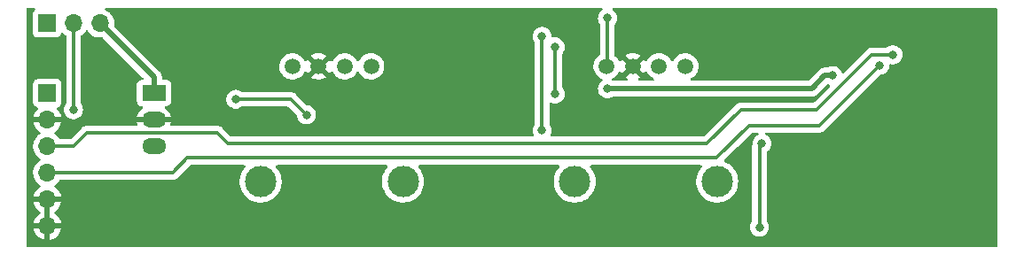
<source format=gbr>
%TF.GenerationSoftware,KiCad,Pcbnew,(5.99.0-3972-g658234715)*%
%TF.CreationDate,2020-10-12T18:33:04-04:00*%
%TF.ProjectId,lamp_refurb,6c616d70-5f72-4656-9675-72622e6b6963,1.0*%
%TF.SameCoordinates,Original*%
%TF.FileFunction,Copper,L2,Bot*%
%TF.FilePolarity,Positive*%
%FSLAX46Y46*%
G04 Gerber Fmt 4.6, Leading zero omitted, Abs format (unit mm)*
G04 Created by KiCad (PCBNEW (5.99.0-3972-g658234715)) date 2020-10-12 18:33:04*
%MOMM*%
%LPD*%
G01*
G04 APERTURE LIST*
%TA.AperFunction,ComponentPad*%
%ADD10R,2.300000X1.500000*%
%TD*%
%TA.AperFunction,ComponentPad*%
%ADD11O,2.300000X1.500000*%
%TD*%
%TA.AperFunction,ComponentPad*%
%ADD12R,1.700000X1.700000*%
%TD*%
%TA.AperFunction,ComponentPad*%
%ADD13O,1.700000X1.700000*%
%TD*%
%TA.AperFunction,ComponentPad*%
%ADD14C,1.500000*%
%TD*%
%TA.AperFunction,ComponentPad*%
%ADD15C,3.000000*%
%TD*%
%TA.AperFunction,ViaPad*%
%ADD16C,0.800000*%
%TD*%
%TA.AperFunction,ViaPad*%
%ADD17C,1.524000*%
%TD*%
%TA.AperFunction,Conductor*%
%ADD18C,0.355600*%
%TD*%
%TA.AperFunction,Conductor*%
%ADD19C,0.508000*%
%TD*%
G04 APERTURE END LIST*
D10*
%TO.P,U3,1,IN*%
%TO.N,/12V*%
X74930000Y-105410000D03*
D11*
%TO.P,U3,2,GND*%
%TO.N,GND*%
X74930000Y-107950000D03*
%TO.P,U3,3,OUT*%
%TO.N,/3.3V*%
X74930000Y-110490000D03*
%TD*%
D12*
%TO.P,J2,1,Pin_1*%
%TO.N,/warm*%
X64710000Y-98750000D03*
D13*
%TO.P,J2,2,Pin_2*%
%TO.N,/cold*%
X67250000Y-98750000D03*
%TO.P,J2,3,Pin_3*%
%TO.N,/12V*%
X69790000Y-98750000D03*
%TD*%
D12*
%TO.P,J3,1,Pin_1*%
%TO.N,/12V*%
X64750000Y-105420000D03*
D13*
%TO.P,J3,2,Pin_2*%
%TO.N,GND*%
X64750000Y-107960000D03*
%TO.P,J3,3,Pin_3*%
%TO.N,/BTN_1*%
X64750000Y-110500000D03*
%TO.P,J3,4,Pin_4*%
%TO.N,/BTN_2*%
X64750000Y-113040000D03*
%TO.P,J3,5,Pin_5*%
%TO.N,GND*%
X64750000Y-115580000D03*
%TO.P,J3,6,Pin_6*%
X64750000Y-118120000D03*
%TD*%
D14*
%TO.P,RV2,1,1*%
%TO.N,/level2*%
X118170000Y-102870000D03*
%TO.P,RV2,2,2*%
%TO.N,GND*%
X120670000Y-102870000D03*
%TO.P,RV2,3,3*%
%TO.N,N/C*%
X123170000Y-102870000D03*
%TO.P,RV2,4*%
X125670000Y-102870000D03*
D15*
%TO.P,RV2,5*%
X115120000Y-113870000D03*
%TO.P,RV2,6*%
X128720000Y-113870000D03*
%TD*%
D14*
%TO.P,RV1,1,1*%
%TO.N,/level1*%
X88170000Y-102870000D03*
%TO.P,RV1,2,2*%
%TO.N,GND*%
X90670000Y-102870000D03*
%TO.P,RV1,3,3*%
%TO.N,N/C*%
X93170000Y-102870000D03*
%TO.P,RV1,4*%
X95670000Y-102870000D03*
D15*
%TO.P,RV1,5*%
X85120000Y-113870000D03*
%TO.P,RV1,6*%
X98720000Y-113870000D03*
%TD*%
D16*
%TO.N,/warm*%
X89500000Y-107500000D03*
%TO.N,/3.3V*%
X118250000Y-105000000D03*
%TO.N,/warm*%
X82750000Y-106000000D03*
%TO.N,/cold*%
X67250000Y-107000000D03*
%TO.N,/BTN_2*%
X144250000Y-102750000D03*
%TO.N,/3.3V*%
X139750000Y-103750000D03*
%TO.N,/BTN_1*%
X145500000Y-101750000D03*
%TO.N,GND*%
X128250000Y-107750000D03*
D17*
X146750000Y-107250000D03*
D16*
%TO.N,/TDI*%
X112000000Y-100000000D03*
X112000000Y-109000000D03*
%TO.N,/TMS*%
X113250000Y-105500000D03*
X113250000Y-101000000D03*
%TO.N,/level2*%
X118250000Y-98250000D03*
%TO.N,/LED*%
X132750000Y-118250000D03*
X133000000Y-110250000D03*
%TD*%
D18*
%TO.N,/warm*%
X88000000Y-106000000D02*
X89500000Y-107500000D01*
X86750000Y-106000000D02*
X88000000Y-106000000D01*
X86750000Y-106000000D02*
X82750000Y-106000000D01*
%TO.N,/BTN_1*%
X64750000Y-110500000D02*
X67250000Y-110500000D01*
X67250000Y-110500000D02*
X68500000Y-109250000D01*
X127750000Y-110250000D02*
X131000000Y-107000000D01*
X131000000Y-107000000D02*
X138250000Y-107000000D01*
X68500000Y-109250000D02*
X81000000Y-109250000D01*
X81000000Y-109250000D02*
X82000000Y-110250000D01*
X82000000Y-110250000D02*
X127750000Y-110250000D01*
X138250000Y-107000000D02*
X143500000Y-101750000D01*
X143500000Y-101750000D02*
X145500000Y-101750000D01*
D19*
%TO.N,/3.3V*%
X137750000Y-105000000D02*
X139000000Y-103750000D01*
X118250000Y-105000000D02*
X137750000Y-105000000D01*
X139000000Y-103750000D02*
X139750000Y-103750000D01*
D18*
%TO.N,/cold*%
X67250000Y-107000000D02*
X67250000Y-98750000D01*
%TO.N,/BTN_2*%
X128632190Y-111617810D02*
X78132190Y-111617810D01*
X138500000Y-108500000D02*
X131750000Y-108500000D01*
X131750000Y-108500000D02*
X128750000Y-111500000D01*
X144250000Y-102750000D02*
X138500000Y-108500000D01*
X128750000Y-111500000D02*
X128632190Y-111617810D01*
X78132190Y-111617810D02*
X76710000Y-113040000D01*
X76710000Y-113040000D02*
X64750000Y-113040000D01*
D19*
%TO.N,/12V*%
X69790000Y-98750000D02*
X74930000Y-103890000D01*
X74930000Y-103890000D02*
X74930000Y-105410000D01*
D18*
%TO.N,/TDI*%
X112000000Y-100000000D02*
X112000000Y-109000000D01*
%TO.N,/TMS*%
X113250000Y-101000000D02*
X113250000Y-105500000D01*
%TO.N,/level2*%
X118250000Y-102790000D02*
X118170000Y-102870000D01*
X118250000Y-98250000D02*
X118250000Y-102790000D01*
%TO.N,/LED*%
X132750000Y-118250000D02*
X132750000Y-110500000D01*
X132750000Y-110500000D02*
X133000000Y-110250000D01*
%TD*%
%TA.AperFunction,Conductor*%
%TO.N,GND*%
G36*
X63557982Y-97278502D02*
G01*
X63604475Y-97332158D01*
X63614579Y-97402432D01*
X63585085Y-97467012D01*
X63557981Y-97490498D01*
X63540563Y-97501692D01*
X63524056Y-97512300D01*
X63518155Y-97519111D01*
X63518153Y-97519112D01*
X63434338Y-97615840D01*
X63434336Y-97615843D01*
X63428437Y-97622651D01*
X63424695Y-97630845D01*
X63424693Y-97630848D01*
X63379790Y-97729173D01*
X63367780Y-97755471D01*
X63366498Y-97764388D01*
X63348139Y-97892080D01*
X63347000Y-97900000D01*
X63347000Y-99600000D01*
X63393359Y-99813108D01*
X63399455Y-99822593D01*
X63399455Y-99822594D01*
X63409695Y-99838528D01*
X63472300Y-99935944D01*
X63479111Y-99941845D01*
X63479112Y-99941847D01*
X63575840Y-100025662D01*
X63575843Y-100025664D01*
X63582651Y-100031563D01*
X63590845Y-100035305D01*
X63590848Y-100035307D01*
X63705081Y-100087475D01*
X63715471Y-100092220D01*
X63724388Y-100093502D01*
X63855554Y-100112361D01*
X63855557Y-100112361D01*
X63860000Y-100113000D01*
X65560000Y-100113000D01*
X65773108Y-100066641D01*
X65836874Y-100025662D01*
X65888360Y-99992574D01*
X65888361Y-99992574D01*
X65895944Y-99987700D01*
X65920816Y-99958996D01*
X65985662Y-99884160D01*
X65985664Y-99884157D01*
X65991563Y-99877349D01*
X65995305Y-99869155D01*
X65995307Y-99869152D01*
X66048479Y-99752720D01*
X66052220Y-99744529D01*
X66052916Y-99739686D01*
X66090178Y-99681706D01*
X66154760Y-99652214D01*
X66225033Y-99662319D01*
X66257081Y-99683370D01*
X66421960Y-99832089D01*
X66421966Y-99832093D01*
X66425931Y-99835670D01*
X66502487Y-99884160D01*
X66505122Y-99885829D01*
X66551967Y-99939177D01*
X66563701Y-99992273D01*
X66563700Y-103176578D01*
X66563700Y-106356120D01*
X66531337Y-106440430D01*
X66510963Y-106463058D01*
X66507661Y-106468777D01*
X66507659Y-106468780D01*
X66418780Y-106622723D01*
X66415476Y-106628446D01*
X66413434Y-106634731D01*
X66365259Y-106783000D01*
X66356462Y-106810073D01*
X66355772Y-106816636D01*
X66355772Y-106816637D01*
X66340383Y-106963058D01*
X66336500Y-107000000D01*
X66356462Y-107189927D01*
X66415476Y-107371554D01*
X66510963Y-107536942D01*
X66638749Y-107678863D01*
X66644091Y-107682744D01*
X66644093Y-107682746D01*
X66671610Y-107702738D01*
X66793250Y-107791114D01*
X66799278Y-107793798D01*
X66799280Y-107793799D01*
X66961682Y-107866105D01*
X66967713Y-107868790D01*
X67055110Y-107887367D01*
X67148056Y-107907124D01*
X67148061Y-107907124D01*
X67154513Y-107908496D01*
X67345487Y-107908496D01*
X67351939Y-107907124D01*
X67351944Y-107907124D01*
X67444890Y-107887367D01*
X67532287Y-107868790D01*
X67538318Y-107866105D01*
X67700720Y-107793799D01*
X67700722Y-107793798D01*
X67706750Y-107791114D01*
X67828390Y-107702738D01*
X67855907Y-107682746D01*
X67855909Y-107682744D01*
X67861251Y-107678863D01*
X67989037Y-107536942D01*
X68084524Y-107371554D01*
X68143538Y-107189927D01*
X68163500Y-107000000D01*
X68159617Y-106963058D01*
X68144228Y-106816637D01*
X68144228Y-106816636D01*
X68143538Y-106810073D01*
X68134742Y-106783000D01*
X68086566Y-106634731D01*
X68084524Y-106628446D01*
X68079963Y-106620545D01*
X67992340Y-106468779D01*
X67989037Y-106463058D01*
X67968665Y-106440433D01*
X67936300Y-106356121D01*
X67936300Y-99993643D01*
X67956302Y-99925522D01*
X67989042Y-99891129D01*
X68129034Y-99791089D01*
X68129043Y-99791081D01*
X68133387Y-99787977D01*
X68295646Y-99624296D01*
X68417687Y-99450327D01*
X68473183Y-99406047D01*
X68543809Y-99398800D01*
X68607141Y-99430886D01*
X68631516Y-99462469D01*
X68652102Y-99500305D01*
X68655402Y-99504491D01*
X68791486Y-99677113D01*
X68791490Y-99677117D01*
X68794789Y-99681302D01*
X68965931Y-99835670D01*
X69160637Y-99958996D01*
X69373337Y-100047752D01*
X69378540Y-100048949D01*
X69378545Y-100048950D01*
X69455481Y-100066641D01*
X69597952Y-100099402D01*
X69603282Y-100099705D01*
X69603284Y-100099705D01*
X69753385Y-100108229D01*
X69828057Y-100112469D01*
X69833363Y-100111869D01*
X69833367Y-100111869D01*
X69988816Y-100094295D01*
X70058752Y-100106518D01*
X70092065Y-100130402D01*
X73893567Y-103931905D01*
X73927593Y-103994217D01*
X73922528Y-104065033D01*
X73879981Y-104121868D01*
X73804472Y-104147000D01*
X73780000Y-104147000D01*
X73566892Y-104193359D01*
X73557407Y-104199455D01*
X73557406Y-104199455D01*
X73451640Y-104267426D01*
X73444056Y-104272300D01*
X73438155Y-104279111D01*
X73438153Y-104279112D01*
X73354338Y-104375840D01*
X73354336Y-104375843D01*
X73348437Y-104382651D01*
X73344695Y-104390845D01*
X73344693Y-104390848D01*
X73311716Y-104463058D01*
X73287780Y-104515471D01*
X73286498Y-104524388D01*
X73267950Y-104653395D01*
X73267000Y-104660000D01*
X73267000Y-106160000D01*
X73313359Y-106373108D01*
X73319455Y-106382593D01*
X73319455Y-106382594D01*
X73371166Y-106463058D01*
X73392300Y-106495944D01*
X73399111Y-106501845D01*
X73399112Y-106501847D01*
X73495840Y-106585662D01*
X73495843Y-106585664D01*
X73502651Y-106591563D01*
X73510845Y-106595305D01*
X73510848Y-106595307D01*
X73626498Y-106648122D01*
X73635471Y-106652220D01*
X73762569Y-106670494D01*
X73779812Y-106672973D01*
X73844393Y-106702466D01*
X73882777Y-106762192D01*
X73882777Y-106833189D01*
X73835407Y-106900014D01*
X73709289Y-106990639D01*
X73700823Y-106997947D01*
X73552368Y-107151140D01*
X73545338Y-107159822D01*
X73426351Y-107336892D01*
X73420970Y-107346681D01*
X73335225Y-107542012D01*
X73331658Y-107552611D01*
X73301463Y-107678383D01*
X73302064Y-107690387D01*
X73318345Y-107696000D01*
X74675998Y-107696001D01*
X74676004Y-107696000D01*
X76548325Y-107696001D01*
X76562307Y-107691896D01*
X76563799Y-107682277D01*
X76563749Y-107682042D01*
X76501024Y-107478148D01*
X76496803Y-107467804D01*
X76398958Y-107278234D01*
X76392973Y-107268803D01*
X76263101Y-107099550D01*
X76255548Y-107091337D01*
X76097755Y-106947756D01*
X76088855Y-106941001D01*
X76029772Y-106903938D01*
X75982694Y-106850795D01*
X75971822Y-106780636D01*
X76000606Y-106715736D01*
X76080127Y-106673584D01*
X76080000Y-106673000D01*
X76082083Y-106672547D01*
X76086599Y-106671564D01*
X76086603Y-106671564D01*
X76282089Y-106629038D01*
X76293108Y-106626641D01*
X76356874Y-106585662D01*
X76408360Y-106552574D01*
X76408361Y-106552574D01*
X76415944Y-106547700D01*
X76425266Y-106536942D01*
X76505662Y-106444160D01*
X76505664Y-106444157D01*
X76511563Y-106437349D01*
X76515305Y-106429155D01*
X76515307Y-106429152D01*
X76568477Y-106312725D01*
X76572220Y-106304529D01*
X76585321Y-106213411D01*
X76592361Y-106164446D01*
X76592361Y-106164443D01*
X76593000Y-106160000D01*
X76593000Y-106000000D01*
X81836500Y-106000000D01*
X81837190Y-106006565D01*
X81853317Y-106160000D01*
X81856462Y-106189927D01*
X81915476Y-106371554D01*
X81918779Y-106377276D01*
X81918780Y-106377277D01*
X81937439Y-106409595D01*
X82010963Y-106536942D01*
X82015381Y-106541849D01*
X82015382Y-106541850D01*
X82115914Y-106653502D01*
X82138749Y-106678863D01*
X82144091Y-106682744D01*
X82144093Y-106682746D01*
X82278828Y-106780636D01*
X82293250Y-106791114D01*
X82299278Y-106793798D01*
X82299280Y-106793799D01*
X82461682Y-106866105D01*
X82467713Y-106868790D01*
X82561113Y-106888643D01*
X82648056Y-106907124D01*
X82648061Y-106907124D01*
X82654513Y-106908496D01*
X82845487Y-106908496D01*
X82851939Y-106907124D01*
X82851944Y-106907124D01*
X82938887Y-106888643D01*
X83032287Y-106868790D01*
X83038318Y-106866105D01*
X83200720Y-106793799D01*
X83200722Y-106793798D01*
X83206750Y-106791114D01*
X83317895Y-106710363D01*
X83391955Y-106686300D01*
X87663535Y-106686300D01*
X87752631Y-106723205D01*
X88561653Y-107532228D01*
X88597867Y-107608152D01*
X88606462Y-107689927D01*
X88608502Y-107696205D01*
X88608502Y-107696206D01*
X88611684Y-107706000D01*
X88665476Y-107871554D01*
X88668779Y-107877276D01*
X88668780Y-107877277D01*
X88702689Y-107936008D01*
X88760963Y-108036942D01*
X88888749Y-108178863D01*
X88894091Y-108182744D01*
X88894093Y-108182746D01*
X89037908Y-108287233D01*
X89043250Y-108291114D01*
X89049278Y-108293798D01*
X89049280Y-108293799D01*
X89189253Y-108356119D01*
X89217713Y-108368790D01*
X89303642Y-108387055D01*
X89398056Y-108407124D01*
X89398061Y-108407124D01*
X89404513Y-108408496D01*
X89595487Y-108408496D01*
X89601939Y-108407124D01*
X89601944Y-108407124D01*
X89696358Y-108387055D01*
X89782287Y-108368790D01*
X89810747Y-108356119D01*
X89950720Y-108293799D01*
X89950722Y-108293798D01*
X89956750Y-108291114D01*
X89962092Y-108287233D01*
X90105907Y-108182746D01*
X90105909Y-108182744D01*
X90111251Y-108178863D01*
X90239037Y-108036942D01*
X90297311Y-107936008D01*
X90331220Y-107877277D01*
X90331221Y-107877276D01*
X90334524Y-107871554D01*
X90388316Y-107706000D01*
X90391498Y-107696206D01*
X90391498Y-107696205D01*
X90393538Y-107689927D01*
X90402999Y-107599916D01*
X90412810Y-107506565D01*
X90413500Y-107500000D01*
X90393538Y-107310073D01*
X90334524Y-107128446D01*
X90324086Y-107110366D01*
X90263982Y-107006264D01*
X90239037Y-106963058D01*
X90214589Y-106935905D01*
X90115673Y-106826048D01*
X90115672Y-106826047D01*
X90111251Y-106821137D01*
X90105909Y-106817256D01*
X90105907Y-106817254D01*
X89962092Y-106712767D01*
X89962091Y-106712766D01*
X89956750Y-106708886D01*
X89950722Y-106706202D01*
X89950720Y-106706201D01*
X89788318Y-106633895D01*
X89788317Y-106633895D01*
X89782287Y-106631210D01*
X89595487Y-106591504D01*
X89595914Y-106589497D01*
X89527378Y-106556804D01*
X88504788Y-105534215D01*
X88498934Y-105527949D01*
X88462570Y-105486264D01*
X88412000Y-105450722D01*
X88406707Y-105446791D01*
X88364092Y-105413376D01*
X88358112Y-105408687D01*
X88351188Y-105405561D01*
X88347079Y-105403072D01*
X88337079Y-105397368D01*
X88332881Y-105395117D01*
X88326674Y-105390755D01*
X88269100Y-105368307D01*
X88263036Y-105365759D01*
X88206726Y-105340334D01*
X88199263Y-105338951D01*
X88194701Y-105337521D01*
X88183607Y-105334361D01*
X88178997Y-105333177D01*
X88171919Y-105330418D01*
X88131597Y-105325110D01*
X88110666Y-105322354D01*
X88104150Y-105321322D01*
X88050874Y-105311448D01*
X88043407Y-105310064D01*
X88035828Y-105310501D01*
X88035827Y-105310501D01*
X87983982Y-105313491D01*
X87976728Y-105313700D01*
X83391955Y-105313700D01*
X83317895Y-105289637D01*
X83298990Y-105275902D01*
X83206750Y-105208886D01*
X83200722Y-105206202D01*
X83200720Y-105206201D01*
X83038318Y-105133895D01*
X83038317Y-105133895D01*
X83032287Y-105131210D01*
X82938887Y-105111357D01*
X82851944Y-105092876D01*
X82851939Y-105092876D01*
X82845487Y-105091504D01*
X82654513Y-105091504D01*
X82648061Y-105092876D01*
X82648056Y-105092876D01*
X82561113Y-105111357D01*
X82467713Y-105131210D01*
X82461683Y-105133895D01*
X82461682Y-105133895D01*
X82299280Y-105206201D01*
X82299278Y-105206202D01*
X82293250Y-105208886D01*
X82287909Y-105212766D01*
X82287908Y-105212767D01*
X82144093Y-105317254D01*
X82144091Y-105317256D01*
X82138749Y-105321137D01*
X82134328Y-105326047D01*
X82134327Y-105326048D01*
X82022068Y-105450725D01*
X82010963Y-105463058D01*
X81915476Y-105628446D01*
X81913434Y-105634731D01*
X81870640Y-105766439D01*
X81856462Y-105810073D01*
X81836500Y-106000000D01*
X76593000Y-106000000D01*
X76593000Y-104660000D01*
X76546641Y-104446892D01*
X76467700Y-104324056D01*
X76459850Y-104317254D01*
X76364160Y-104234338D01*
X76364157Y-104234336D01*
X76357349Y-104228437D01*
X76349155Y-104224695D01*
X76349152Y-104224693D01*
X76232725Y-104171523D01*
X76224529Y-104167780D01*
X76187864Y-104162508D01*
X76084446Y-104147639D01*
X76084443Y-104147639D01*
X76080000Y-104147000D01*
X75818500Y-104147000D01*
X75750379Y-104126998D01*
X75703886Y-104073342D01*
X75692500Y-104021000D01*
X75692500Y-103956106D01*
X75693933Y-103937156D01*
X75695932Y-103924019D01*
X75695932Y-103924015D01*
X75697032Y-103916785D01*
X75695331Y-103895864D01*
X75692915Y-103866166D01*
X75692500Y-103855952D01*
X75692500Y-103847114D01*
X75688999Y-103817087D01*
X75688569Y-103812736D01*
X75683216Y-103746908D01*
X75683215Y-103746904D01*
X75682622Y-103739611D01*
X75680367Y-103732651D01*
X75679173Y-103726673D01*
X75677763Y-103720710D01*
X75676915Y-103713437D01*
X75651865Y-103644426D01*
X75650462Y-103640341D01*
X75627838Y-103570504D01*
X75624042Y-103564247D01*
X75621493Y-103558680D01*
X75618759Y-103553222D01*
X75616263Y-103546345D01*
X75576022Y-103484967D01*
X75573685Y-103481263D01*
X75568007Y-103471905D01*
X75535622Y-103418536D01*
X75527438Y-103409269D01*
X75525220Y-103406688D01*
X75522813Y-103403809D01*
X75518799Y-103397687D01*
X75467359Y-103348958D01*
X75464952Y-103346614D01*
X75067642Y-102949304D01*
X86909492Y-102949304D01*
X86943457Y-103171268D01*
X87016192Y-103383708D01*
X87125397Y-103579911D01*
X87128949Y-103584251D01*
X87128952Y-103584255D01*
X87229053Y-103706554D01*
X87267621Y-103753675D01*
X87271889Y-103757320D01*
X87434103Y-103895864D01*
X87434107Y-103895867D01*
X87438368Y-103899506D01*
X87632241Y-104012797D01*
X87637506Y-104014724D01*
X87637511Y-104014726D01*
X87837848Y-104088038D01*
X87837851Y-104088039D01*
X87843112Y-104089964D01*
X87848628Y-104090927D01*
X87848633Y-104090928D01*
X88018087Y-104120502D01*
X88064315Y-104128570D01*
X88069920Y-104128541D01*
X88069924Y-104128541D01*
X88172017Y-104128006D01*
X88288859Y-104127395D01*
X88509646Y-104086474D01*
X88530506Y-104078592D01*
X88714452Y-104009085D01*
X88714453Y-104009085D01*
X88719697Y-104007103D01*
X88724505Y-104004225D01*
X88724508Y-104004224D01*
X88866191Y-103919427D01*
X89984372Y-103919427D01*
X89995895Y-103933121D01*
X90127392Y-104009963D01*
X90137513Y-104014726D01*
X90337848Y-104088038D01*
X90348633Y-104090928D01*
X90558792Y-104127606D01*
X90569924Y-104128541D01*
X90783244Y-104127424D01*
X90794378Y-104126372D01*
X91004126Y-104087497D01*
X91014897Y-104084490D01*
X91214452Y-104009085D01*
X91224508Y-104004224D01*
X91346910Y-103930967D01*
X91354896Y-103922324D01*
X91347285Y-103906495D01*
X90682812Y-103242022D01*
X90668868Y-103234408D01*
X90667035Y-103234539D01*
X90660420Y-103238790D01*
X89989894Y-103909316D01*
X89984372Y-103919427D01*
X88866191Y-103919427D01*
X88883086Y-103909316D01*
X88912373Y-103891788D01*
X89081583Y-103744177D01*
X89174117Y-103628677D01*
X89218474Y-103573311D01*
X89218477Y-103573306D01*
X89221980Y-103568934D01*
X89227376Y-103558997D01*
X89282039Y-103458319D01*
X89308809Y-103409014D01*
X89358890Y-103358694D01*
X89428228Y-103343437D01*
X89494807Y-103368089D01*
X89529634Y-103407859D01*
X89607819Y-103548330D01*
X89615665Y-103556050D01*
X89632520Y-103548270D01*
X90297978Y-102882812D01*
X90304355Y-102871132D01*
X91034408Y-102871132D01*
X91034539Y-102872965D01*
X91038790Y-102879580D01*
X91711337Y-103552127D01*
X91720772Y-103557279D01*
X91735033Y-103544893D01*
X91808808Y-103409015D01*
X91858890Y-103358694D01*
X91928228Y-103343437D01*
X91994807Y-103368089D01*
X92029634Y-103407859D01*
X92038249Y-103423337D01*
X92125397Y-103579911D01*
X92128949Y-103584251D01*
X92128952Y-103584255D01*
X92229053Y-103706554D01*
X92267621Y-103753675D01*
X92271889Y-103757320D01*
X92434103Y-103895864D01*
X92434107Y-103895867D01*
X92438368Y-103899506D01*
X92632241Y-104012797D01*
X92637506Y-104014724D01*
X92637511Y-104014726D01*
X92837848Y-104088038D01*
X92837851Y-104088039D01*
X92843112Y-104089964D01*
X92848628Y-104090927D01*
X92848633Y-104090928D01*
X93018087Y-104120502D01*
X93064315Y-104128570D01*
X93069920Y-104128541D01*
X93069924Y-104128541D01*
X93172017Y-104128006D01*
X93288859Y-104127395D01*
X93509646Y-104086474D01*
X93530506Y-104078592D01*
X93714452Y-104009085D01*
X93714453Y-104009085D01*
X93719697Y-104007103D01*
X93724505Y-104004225D01*
X93724508Y-104004224D01*
X93883086Y-103909316D01*
X93912373Y-103891788D01*
X94081583Y-103744177D01*
X94174117Y-103628677D01*
X94218474Y-103573311D01*
X94218477Y-103573306D01*
X94221980Y-103568934D01*
X94227376Y-103558997D01*
X94282039Y-103458319D01*
X94308809Y-103409014D01*
X94358890Y-103358694D01*
X94428228Y-103343437D01*
X94494807Y-103368089D01*
X94529634Y-103407859D01*
X94538249Y-103423337D01*
X94625397Y-103579911D01*
X94628949Y-103584251D01*
X94628952Y-103584255D01*
X94729053Y-103706554D01*
X94767621Y-103753675D01*
X94771889Y-103757320D01*
X94934103Y-103895864D01*
X94934107Y-103895867D01*
X94938368Y-103899506D01*
X95132241Y-104012797D01*
X95137506Y-104014724D01*
X95137511Y-104014726D01*
X95337848Y-104088038D01*
X95337851Y-104088039D01*
X95343112Y-104089964D01*
X95348628Y-104090927D01*
X95348633Y-104090928D01*
X95518087Y-104120502D01*
X95564315Y-104128570D01*
X95569920Y-104128541D01*
X95569924Y-104128541D01*
X95672017Y-104128006D01*
X95788859Y-104127395D01*
X96009646Y-104086474D01*
X96030506Y-104078592D01*
X96214452Y-104009085D01*
X96214453Y-104009085D01*
X96219697Y-104007103D01*
X96224505Y-104004225D01*
X96224508Y-104004224D01*
X96383086Y-103909316D01*
X96412373Y-103891788D01*
X96581583Y-103744177D01*
X96674117Y-103628677D01*
X96718474Y-103573311D01*
X96718477Y-103573306D01*
X96721980Y-103568934D01*
X96727376Y-103558997D01*
X96782039Y-103458319D01*
X96829124Y-103371598D01*
X96896949Y-103166514D01*
X96897870Y-103163729D01*
X96897870Y-103163728D01*
X96899630Y-103158407D01*
X96921736Y-103003085D01*
X96930758Y-102939692D01*
X96930758Y-102939688D01*
X96931269Y-102936100D01*
X96932636Y-102883895D01*
X96932905Y-102873632D01*
X96932905Y-102873630D01*
X96933000Y-102870000D01*
X96913039Y-102646342D01*
X96853787Y-102429754D01*
X96757117Y-102227081D01*
X96626085Y-102044730D01*
X96464832Y-101888465D01*
X96380723Y-101831946D01*
X96283108Y-101766351D01*
X96283102Y-101766348D01*
X96278455Y-101763225D01*
X96273323Y-101760972D01*
X96273319Y-101760970D01*
X96077988Y-101675225D01*
X96077986Y-101675224D01*
X96072846Y-101672968D01*
X95854503Y-101620549D01*
X95767611Y-101615539D01*
X95635935Y-101607946D01*
X95635932Y-101607946D01*
X95630328Y-101607623D01*
X95407408Y-101634600D01*
X95402046Y-101636250D01*
X95402044Y-101636250D01*
X95320311Y-101661394D01*
X95192787Y-101700625D01*
X94993251Y-101803614D01*
X94815106Y-101940309D01*
X94663983Y-102106391D01*
X94544659Y-102296610D01*
X94542567Y-102301815D01*
X94542564Y-102301821D01*
X94535380Y-102319692D01*
X94491413Y-102375436D01*
X94424288Y-102398561D01*
X94355317Y-102381724D01*
X94304747Y-102326940D01*
X94292763Y-102301815D01*
X94257117Y-102227081D01*
X94126085Y-102044730D01*
X93964832Y-101888465D01*
X93880723Y-101831946D01*
X93783108Y-101766351D01*
X93783102Y-101766348D01*
X93778455Y-101763225D01*
X93773323Y-101760972D01*
X93773319Y-101760970D01*
X93577988Y-101675225D01*
X93577986Y-101675224D01*
X93572846Y-101672968D01*
X93354503Y-101620549D01*
X93267611Y-101615539D01*
X93135935Y-101607946D01*
X93135932Y-101607946D01*
X93130328Y-101607623D01*
X92907408Y-101634600D01*
X92902046Y-101636250D01*
X92902044Y-101636250D01*
X92820311Y-101661394D01*
X92692787Y-101700625D01*
X92493251Y-101803614D01*
X92315106Y-101940309D01*
X92163983Y-102106391D01*
X92044659Y-102296610D01*
X92042567Y-102301815D01*
X92042564Y-102301821D01*
X92035380Y-102319692D01*
X91991413Y-102375436D01*
X91924288Y-102398561D01*
X91855317Y-102381724D01*
X91804747Y-102326940D01*
X91759530Y-102232142D01*
X91753841Y-102222523D01*
X91732154Y-102192341D01*
X91721363Y-102183929D01*
X91708327Y-102190883D01*
X91042022Y-102857188D01*
X91034408Y-102871132D01*
X90304355Y-102871132D01*
X90305592Y-102868868D01*
X90305461Y-102867035D01*
X90301210Y-102860420D01*
X89631770Y-102190980D01*
X89621004Y-102185101D01*
X89607921Y-102195763D01*
X89547640Y-102291859D01*
X89542567Y-102301815D01*
X89535380Y-102319692D01*
X89491413Y-102375436D01*
X89424288Y-102398561D01*
X89355317Y-102381724D01*
X89304747Y-102326940D01*
X89292763Y-102301815D01*
X89257117Y-102227081D01*
X89126085Y-102044730D01*
X88964832Y-101888465D01*
X88880723Y-101831946D01*
X88859061Y-101817389D01*
X89981943Y-101817389D01*
X89988576Y-101829366D01*
X90657188Y-102497978D01*
X90671132Y-102505592D01*
X90672965Y-102505461D01*
X90679580Y-102501210D01*
X91348844Y-101831946D01*
X91355068Y-101820548D01*
X91345257Y-101808114D01*
X91283115Y-101766357D01*
X91273315Y-101760969D01*
X91077988Y-101675225D01*
X91067389Y-101671658D01*
X90859960Y-101621859D01*
X90848898Y-101620226D01*
X90635935Y-101607946D01*
X90624751Y-101608298D01*
X90412981Y-101633926D01*
X90402044Y-101636250D01*
X90198148Y-101698976D01*
X90187804Y-101703197D01*
X89998235Y-101801042D01*
X89990117Y-101806194D01*
X89981943Y-101817389D01*
X88859061Y-101817389D01*
X88783108Y-101766351D01*
X88783102Y-101766348D01*
X88778455Y-101763225D01*
X88773323Y-101760972D01*
X88773319Y-101760970D01*
X88577988Y-101675225D01*
X88577986Y-101675224D01*
X88572846Y-101672968D01*
X88354503Y-101620549D01*
X88267611Y-101615539D01*
X88135935Y-101607946D01*
X88135932Y-101607946D01*
X88130328Y-101607623D01*
X87907408Y-101634600D01*
X87902046Y-101636250D01*
X87902044Y-101636250D01*
X87820311Y-101661394D01*
X87692787Y-101700625D01*
X87493251Y-101803614D01*
X87315106Y-101940309D01*
X87163983Y-102106391D01*
X87044659Y-102296610D01*
X86960905Y-102504953D01*
X86959768Y-102510444D01*
X86959767Y-102510447D01*
X86921632Y-102694597D01*
X86915370Y-102724834D01*
X86909492Y-102949304D01*
X75067642Y-102949304D01*
X72248175Y-100129838D01*
X71170823Y-99052487D01*
X71136798Y-98990175D01*
X71134597Y-98950331D01*
X71152442Y-98779116D01*
X71152443Y-98779107D01*
X71152749Y-98776166D01*
X71153000Y-98750000D01*
X71133514Y-98520349D01*
X71112641Y-98439927D01*
X71076952Y-98302427D01*
X71075612Y-98297264D01*
X70980952Y-98087125D01*
X70852238Y-97895939D01*
X70835551Y-97878446D01*
X70764432Y-97803895D01*
X70693151Y-97729173D01*
X70508241Y-97591596D01*
X70503490Y-97589180D01*
X70503486Y-97589178D01*
X70342691Y-97507426D01*
X70321825Y-97496817D01*
X70270167Y-97448114D01*
X70253041Y-97379214D01*
X70275883Y-97311992D01*
X70331442Y-97267791D01*
X70378930Y-97258500D01*
X117681269Y-97258500D01*
X117749390Y-97278502D01*
X117795883Y-97332158D01*
X117805987Y-97402432D01*
X117755330Y-97486436D01*
X117644093Y-97567254D01*
X117644091Y-97567256D01*
X117638749Y-97571137D01*
X117510963Y-97713058D01*
X117507662Y-97718776D01*
X117429655Y-97853888D01*
X117415476Y-97878446D01*
X117356462Y-98060073D01*
X117355772Y-98066636D01*
X117355772Y-98066637D01*
X117351699Y-98105389D01*
X117336500Y-98250000D01*
X117356462Y-98439927D01*
X117415476Y-98621554D01*
X117418779Y-98627276D01*
X117418780Y-98627277D01*
X117506445Y-98779116D01*
X117510963Y-98786942D01*
X117515382Y-98791850D01*
X117515383Y-98791851D01*
X117531337Y-98809570D01*
X117563700Y-98893880D01*
X117563701Y-101690492D01*
X117543699Y-101758613D01*
X117502015Y-101796523D01*
X117502974Y-101798034D01*
X117498234Y-101801042D01*
X117493251Y-101803614D01*
X117315106Y-101940309D01*
X117163983Y-102106391D01*
X117044659Y-102296610D01*
X116960905Y-102504953D01*
X116959768Y-102510444D01*
X116959767Y-102510447D01*
X116921632Y-102694597D01*
X116915370Y-102724834D01*
X116909492Y-102949304D01*
X116943457Y-103171268D01*
X117016192Y-103383708D01*
X117125397Y-103579911D01*
X117128949Y-103584251D01*
X117128952Y-103584255D01*
X117229053Y-103706554D01*
X117267621Y-103753675D01*
X117271889Y-103757320D01*
X117434103Y-103895864D01*
X117434107Y-103895867D01*
X117438368Y-103899506D01*
X117632241Y-104012797D01*
X117637506Y-104014724D01*
X117637511Y-104014726D01*
X117696734Y-104036398D01*
X117753832Y-104078592D01*
X117779054Y-104144958D01*
X117764392Y-104214424D01*
X117727494Y-104256660D01*
X117644093Y-104317254D01*
X117644091Y-104317256D01*
X117638749Y-104321137D01*
X117634328Y-104326047D01*
X117634327Y-104326048D01*
X117536778Y-104434388D01*
X117510963Y-104463058D01*
X117507662Y-104468776D01*
X117429789Y-104603656D01*
X117415476Y-104628446D01*
X117356462Y-104810073D01*
X117336500Y-105000000D01*
X117356462Y-105189927D01*
X117415476Y-105371554D01*
X117510963Y-105536942D01*
X117515381Y-105541849D01*
X117515382Y-105541850D01*
X117588200Y-105622723D01*
X117638749Y-105678863D01*
X117644091Y-105682744D01*
X117644093Y-105682746D01*
X117786983Y-105786561D01*
X117793250Y-105791114D01*
X117799278Y-105793798D01*
X117799280Y-105793799D01*
X117961682Y-105866105D01*
X117967713Y-105868790D01*
X118061113Y-105888643D01*
X118148056Y-105907124D01*
X118148061Y-105907124D01*
X118154513Y-105908496D01*
X118345487Y-105908496D01*
X118351939Y-105907124D01*
X118351944Y-105907124D01*
X118438887Y-105888643D01*
X118532287Y-105868790D01*
X118538318Y-105866105D01*
X118700720Y-105793799D01*
X118700722Y-105793798D01*
X118706750Y-105791114D01*
X118713016Y-105786561D01*
X118713563Y-105786384D01*
X118717809Y-105783932D01*
X118718330Y-105784835D01*
X118787074Y-105762500D01*
X137683894Y-105762500D01*
X137702844Y-105763933D01*
X137715981Y-105765932D01*
X137715985Y-105765932D01*
X137723215Y-105767032D01*
X137730507Y-105766439D01*
X137730510Y-105766439D01*
X137773831Y-105762915D01*
X137784046Y-105762500D01*
X137792886Y-105762500D01*
X137801591Y-105761485D01*
X137822902Y-105759001D01*
X137827277Y-105758568D01*
X137857630Y-105756099D01*
X137900388Y-105752621D01*
X137907351Y-105750365D01*
X137913363Y-105749164D01*
X137919290Y-105747763D01*
X137926563Y-105746915D01*
X137995569Y-105721867D01*
X137999700Y-105720449D01*
X138069495Y-105697838D01*
X138075754Y-105694040D01*
X138081309Y-105691496D01*
X138086768Y-105688763D01*
X138093655Y-105686263D01*
X138155037Y-105646019D01*
X138158726Y-105643692D01*
X138193282Y-105622723D01*
X138216664Y-105608535D01*
X138216666Y-105608533D01*
X138221464Y-105605622D01*
X138225675Y-105601903D01*
X138230738Y-105597432D01*
X138233325Y-105595209D01*
X138236191Y-105592813D01*
X138242313Y-105588799D01*
X138291051Y-105537350D01*
X138293428Y-105534909D01*
X139227846Y-104600491D01*
X139290158Y-104566465D01*
X139368189Y-104574479D01*
X139426613Y-104600491D01*
X139433722Y-104603656D01*
X139487818Y-104649637D01*
X139508467Y-104717564D01*
X139471568Y-104807858D01*
X138002632Y-106276795D01*
X137913537Y-106313700D01*
X131027546Y-106313700D01*
X131018976Y-106313408D01*
X130971396Y-106310164D01*
X130971392Y-106310164D01*
X130963820Y-106309648D01*
X130902938Y-106320274D01*
X130896448Y-106321231D01*
X130835102Y-106328655D01*
X130827997Y-106331339D01*
X130823386Y-106332472D01*
X130812288Y-106335507D01*
X130807675Y-106336900D01*
X130800192Y-106338206D01*
X130745785Y-106362089D01*
X130743625Y-106363037D01*
X130737522Y-106365527D01*
X130679723Y-106387367D01*
X130673463Y-106391669D01*
X130669242Y-106393876D01*
X130659167Y-106399484D01*
X130655056Y-106401915D01*
X130648099Y-106404969D01*
X130642072Y-106409594D01*
X130642070Y-106409595D01*
X130599094Y-106442572D01*
X130593768Y-106446443D01*
X130542835Y-106481448D01*
X130537785Y-106487116D01*
X130537784Y-106487117D01*
X130503222Y-106525909D01*
X130498240Y-106531185D01*
X128225633Y-108803794D01*
X127502632Y-109526795D01*
X127413537Y-109563700D01*
X112941827Y-109563700D01*
X112873706Y-109543698D01*
X112827213Y-109490042D01*
X112817109Y-109419768D01*
X112829569Y-109383765D01*
X112828536Y-109383305D01*
X112831220Y-109377277D01*
X112834524Y-109371554D01*
X112885807Y-109213721D01*
X112891498Y-109196206D01*
X112891498Y-109196205D01*
X112893538Y-109189927D01*
X112894888Y-109177088D01*
X112912810Y-109006565D01*
X112913500Y-109000000D01*
X112893538Y-108810073D01*
X112883314Y-108778605D01*
X112837628Y-108637998D01*
X112834524Y-108628446D01*
X112827067Y-108615529D01*
X112742340Y-108468779D01*
X112739037Y-108463058D01*
X112718665Y-108440433D01*
X112686300Y-108356121D01*
X112686300Y-106437520D01*
X112706302Y-106369399D01*
X112759958Y-106322906D01*
X112863549Y-106322413D01*
X112892958Y-106335507D01*
X112960389Y-106365529D01*
X112967713Y-106368790D01*
X113055110Y-106387367D01*
X113148056Y-106407124D01*
X113148061Y-106407124D01*
X113154513Y-106408496D01*
X113345487Y-106408496D01*
X113351939Y-106407124D01*
X113351944Y-106407124D01*
X113444890Y-106387367D01*
X113532287Y-106368790D01*
X113538318Y-106366105D01*
X113700720Y-106293799D01*
X113700722Y-106293798D01*
X113706750Y-106291114D01*
X113741998Y-106265505D01*
X113855907Y-106182746D01*
X113855909Y-106182744D01*
X113861251Y-106178863D01*
X113989037Y-106036942D01*
X114047311Y-105936008D01*
X114081220Y-105877277D01*
X114081221Y-105877276D01*
X114084524Y-105871554D01*
X114125834Y-105744416D01*
X114141498Y-105696206D01*
X114141498Y-105696205D01*
X114143538Y-105689927D01*
X114163500Y-105500000D01*
X114146423Y-105337521D01*
X114144228Y-105316637D01*
X114144228Y-105316636D01*
X114143538Y-105310073D01*
X114084524Y-105128446D01*
X114063196Y-105091504D01*
X113992340Y-104968779D01*
X113989037Y-104963058D01*
X113968665Y-104940433D01*
X113936300Y-104856121D01*
X113936300Y-101643879D01*
X113968665Y-101559567D01*
X113984618Y-101541850D01*
X113984619Y-101541849D01*
X113989037Y-101536942D01*
X114084524Y-101371554D01*
X114131445Y-101227146D01*
X114141498Y-101196206D01*
X114141498Y-101196205D01*
X114143538Y-101189927D01*
X114151481Y-101114359D01*
X114162810Y-101006565D01*
X114163500Y-101000000D01*
X114143538Y-100810073D01*
X114084524Y-100628446D01*
X113989037Y-100463058D01*
X113861251Y-100321137D01*
X113855909Y-100317256D01*
X113855907Y-100317254D01*
X113712092Y-100212767D01*
X113712091Y-100212766D01*
X113706750Y-100208886D01*
X113700722Y-100206202D01*
X113700720Y-100206201D01*
X113538318Y-100133895D01*
X113538317Y-100133895D01*
X113532287Y-100131210D01*
X113416122Y-100106518D01*
X113351944Y-100092876D01*
X113351939Y-100092876D01*
X113345487Y-100091504D01*
X113154513Y-100091504D01*
X113148061Y-100092876D01*
X113148056Y-100092876D01*
X113065007Y-100110529D01*
X112994216Y-100105127D01*
X112937583Y-100062310D01*
X112916892Y-99999644D01*
X112913500Y-100000000D01*
X112894228Y-99816637D01*
X112894228Y-99816636D01*
X112893538Y-99810073D01*
X112834524Y-99628446D01*
X112814200Y-99593243D01*
X112762958Y-99504491D01*
X112739037Y-99463058D01*
X112611251Y-99321137D01*
X112605909Y-99317256D01*
X112605907Y-99317254D01*
X112462092Y-99212767D01*
X112462091Y-99212766D01*
X112456750Y-99208886D01*
X112450722Y-99206202D01*
X112450720Y-99206201D01*
X112288318Y-99133895D01*
X112288317Y-99133895D01*
X112282287Y-99131210D01*
X112188887Y-99111357D01*
X112101944Y-99092876D01*
X112101939Y-99092876D01*
X112095487Y-99091504D01*
X111904513Y-99091504D01*
X111898061Y-99092876D01*
X111898056Y-99092876D01*
X111811113Y-99111357D01*
X111717713Y-99131210D01*
X111711683Y-99133895D01*
X111711682Y-99133895D01*
X111549280Y-99206201D01*
X111549278Y-99206202D01*
X111543250Y-99208886D01*
X111537909Y-99212766D01*
X111537908Y-99212767D01*
X111394093Y-99317254D01*
X111394091Y-99317256D01*
X111388749Y-99321137D01*
X111260963Y-99463058D01*
X111237042Y-99504491D01*
X111185801Y-99593243D01*
X111165476Y-99628446D01*
X111106462Y-99810073D01*
X111105772Y-99816636D01*
X111105772Y-99816637D01*
X111092893Y-99939177D01*
X111086500Y-100000000D01*
X111087190Y-100006565D01*
X111098310Y-100112361D01*
X111106462Y-100189927D01*
X111165476Y-100371554D01*
X111260963Y-100536942D01*
X111265383Y-100541851D01*
X111281337Y-100559570D01*
X111313700Y-100643880D01*
X111313701Y-108356119D01*
X111281338Y-108440429D01*
X111260963Y-108463058D01*
X111257661Y-108468777D01*
X111257659Y-108468780D01*
X111172805Y-108615752D01*
X111165476Y-108628446D01*
X111162372Y-108637998D01*
X111116687Y-108778605D01*
X111106462Y-108810073D01*
X111086500Y-109000000D01*
X111087190Y-109006565D01*
X111105113Y-109177088D01*
X111106462Y-109189927D01*
X111108502Y-109196205D01*
X111108502Y-109196206D01*
X111114193Y-109213721D01*
X111165476Y-109371554D01*
X111168780Y-109377277D01*
X111171464Y-109383305D01*
X111169585Y-109384142D01*
X111184030Y-109443706D01*
X111160804Y-109510796D01*
X111104993Y-109554678D01*
X111058173Y-109563700D01*
X82336466Y-109563700D01*
X82247371Y-109526796D01*
X81504781Y-108784208D01*
X81498927Y-108777941D01*
X81467564Y-108741989D01*
X81462570Y-108736264D01*
X81412000Y-108700722D01*
X81406707Y-108696791D01*
X81401327Y-108692572D01*
X81358112Y-108658687D01*
X81351188Y-108655561D01*
X81347079Y-108653072D01*
X81337079Y-108647368D01*
X81332881Y-108645117D01*
X81326674Y-108640755D01*
X81269100Y-108618307D01*
X81263036Y-108615759D01*
X81206726Y-108590334D01*
X81199263Y-108588951D01*
X81194701Y-108587521D01*
X81183607Y-108584361D01*
X81178997Y-108583177D01*
X81171919Y-108580418D01*
X81131597Y-108575110D01*
X81110666Y-108572354D01*
X81104150Y-108571322D01*
X81050874Y-108561448D01*
X81043407Y-108560064D01*
X81035828Y-108560501D01*
X81035827Y-108560501D01*
X80983982Y-108563491D01*
X80976728Y-108563700D01*
X76627389Y-108563700D01*
X76559268Y-108543698D01*
X76512775Y-108490042D01*
X76512015Y-108387055D01*
X76524777Y-108357983D01*
X76528342Y-108347389D01*
X76558537Y-108221617D01*
X76557936Y-108209613D01*
X76541655Y-108204000D01*
X75184002Y-108203999D01*
X75183996Y-108204000D01*
X73311675Y-108203999D01*
X73297693Y-108208104D01*
X73296201Y-108217723D01*
X73296251Y-108217957D01*
X73352454Y-108400651D01*
X73353366Y-108471642D01*
X73315753Y-108531856D01*
X73232024Y-108563700D01*
X68527546Y-108563700D01*
X68518976Y-108563408D01*
X68471396Y-108560164D01*
X68471392Y-108560164D01*
X68463820Y-108559648D01*
X68402938Y-108570274D01*
X68396448Y-108571231D01*
X68335102Y-108578655D01*
X68327997Y-108581339D01*
X68323386Y-108582472D01*
X68312288Y-108585507D01*
X68307675Y-108586900D01*
X68300192Y-108588206D01*
X68293234Y-108591260D01*
X68293235Y-108591260D01*
X68243625Y-108613037D01*
X68237522Y-108615527D01*
X68179723Y-108637367D01*
X68173463Y-108641669D01*
X68169242Y-108643876D01*
X68159167Y-108649484D01*
X68155056Y-108651915D01*
X68148099Y-108654969D01*
X68142072Y-108659594D01*
X68142070Y-108659595D01*
X68099094Y-108692572D01*
X68093768Y-108696443D01*
X68042835Y-108731448D01*
X68037785Y-108737116D01*
X68037784Y-108737117D01*
X68003231Y-108775899D01*
X67998250Y-108781175D01*
X67224749Y-109554678D01*
X67002632Y-109776795D01*
X66913536Y-109813700D01*
X65992247Y-109813700D01*
X65924126Y-109793698D01*
X65887727Y-109758067D01*
X65815218Y-109650366D01*
X65812238Y-109645939D01*
X65653151Y-109479173D01*
X65468241Y-109341596D01*
X65463486Y-109339178D01*
X65459523Y-109336721D01*
X65412170Y-109283823D01*
X65400933Y-109213721D01*
X65452666Y-109127122D01*
X65629041Y-109001083D01*
X65637149Y-108994182D01*
X65791893Y-108838082D01*
X65798706Y-108829933D01*
X65924940Y-108649988D01*
X65930295Y-108640787D01*
X66024399Y-108442156D01*
X66028123Y-108432197D01*
X66085968Y-108225718D01*
X66084430Y-108217351D01*
X66072137Y-108214000D01*
X63433403Y-108214000D01*
X63420222Y-108217870D01*
X63418255Y-108232423D01*
X63426638Y-108284471D01*
X63429212Y-108294793D01*
X63500230Y-108502810D01*
X63504497Y-108512533D01*
X63609556Y-108705625D01*
X63615402Y-108714491D01*
X63751486Y-108887113D01*
X63758750Y-108894875D01*
X63921967Y-109042094D01*
X63930444Y-109048528D01*
X64049188Y-109123740D01*
X64096033Y-109177088D01*
X64106600Y-109247294D01*
X64077533Y-109312067D01*
X64047132Y-109337903D01*
X63951486Y-109395942D01*
X63951483Y-109395944D01*
X63946925Y-109398710D01*
X63942897Y-109402205D01*
X63942896Y-109402206D01*
X63817758Y-109510796D01*
X63772851Y-109549764D01*
X63769464Y-109553895D01*
X63630100Y-109723860D01*
X63630096Y-109723866D01*
X63626716Y-109727988D01*
X63624077Y-109732624D01*
X63624075Y-109732627D01*
X63577926Y-109813700D01*
X63512699Y-109928287D01*
X63434061Y-110144932D01*
X63433112Y-110150181D01*
X63433111Y-110150184D01*
X63411664Y-110268789D01*
X63393049Y-110371730D01*
X63392162Y-110464174D01*
X63391480Y-110535249D01*
X63390837Y-110602196D01*
X63391686Y-110607466D01*
X63391686Y-110607468D01*
X63420594Y-110786942D01*
X63427487Y-110829740D01*
X63501952Y-111047855D01*
X63612102Y-111250305D01*
X63615402Y-111254491D01*
X63751486Y-111427113D01*
X63751490Y-111427117D01*
X63754789Y-111431302D01*
X63925931Y-111585670D01*
X64049189Y-111663741D01*
X64096033Y-111717088D01*
X64106600Y-111787294D01*
X64077533Y-111852067D01*
X64047132Y-111877903D01*
X63951486Y-111935942D01*
X63951483Y-111935944D01*
X63946925Y-111938710D01*
X63942897Y-111942205D01*
X63942896Y-111942206D01*
X63803776Y-112062929D01*
X63772851Y-112089764D01*
X63769464Y-112093895D01*
X63630100Y-112263860D01*
X63630096Y-112263866D01*
X63626716Y-112267988D01*
X63624077Y-112272624D01*
X63624075Y-112272627D01*
X63564225Y-112377768D01*
X63512699Y-112468287D01*
X63434061Y-112684932D01*
X63433112Y-112690181D01*
X63433111Y-112690184D01*
X63393999Y-112906476D01*
X63393049Y-112911730D01*
X63390837Y-113142196D01*
X63391686Y-113147466D01*
X63391686Y-113147468D01*
X63419386Y-113319443D01*
X63427487Y-113369740D01*
X63501952Y-113587855D01*
X63504496Y-113592531D01*
X63504497Y-113592533D01*
X63506069Y-113595422D01*
X63612102Y-113790305D01*
X63615402Y-113794491D01*
X63751486Y-113967113D01*
X63751490Y-113967117D01*
X63754789Y-113971302D01*
X63925931Y-114125670D01*
X64049189Y-114203741D01*
X64096033Y-114257088D01*
X64106600Y-114327294D01*
X64077533Y-114392067D01*
X64047132Y-114417903D01*
X63951486Y-114475942D01*
X63942896Y-114482206D01*
X63776884Y-114626264D01*
X63769464Y-114633895D01*
X63630100Y-114803860D01*
X63624075Y-114812627D01*
X63515342Y-115003644D01*
X63510877Y-115013308D01*
X63435882Y-115219916D01*
X63433111Y-115230184D01*
X63419008Y-115308174D01*
X63420427Y-115321414D01*
X63435062Y-115326000D01*
X66069079Y-115326000D01*
X66080190Y-115322738D01*
X66081741Y-115304992D01*
X66036954Y-115132433D01*
X66033419Y-115122395D01*
X65943147Y-114921998D01*
X65937967Y-114912692D01*
X65815218Y-114730366D01*
X65808557Y-114722080D01*
X65656830Y-114563030D01*
X65648873Y-114555990D01*
X65472524Y-114424783D01*
X65459523Y-114416721D01*
X65412170Y-114363823D01*
X65400933Y-114293721D01*
X65452665Y-114207123D01*
X65566647Y-114125670D01*
X65629041Y-114081083D01*
X65629043Y-114081081D01*
X65633387Y-114077977D01*
X65795646Y-113914296D01*
X65863897Y-113817005D01*
X65889899Y-113779939D01*
X65945395Y-113735659D01*
X65993049Y-113726300D01*
X76682453Y-113726300D01*
X76691023Y-113726592D01*
X76738603Y-113729836D01*
X76738607Y-113729836D01*
X76746179Y-113730352D01*
X76753655Y-113729047D01*
X76753659Y-113729047D01*
X76807042Y-113719730D01*
X76813567Y-113718767D01*
X76839191Y-113715666D01*
X76874898Y-113711345D01*
X76882008Y-113708658D01*
X76886663Y-113707515D01*
X76897749Y-113704482D01*
X76902331Y-113703099D01*
X76909807Y-113701794D01*
X76966382Y-113676960D01*
X76972463Y-113674479D01*
X77023166Y-113655320D01*
X77030277Y-113652633D01*
X77036543Y-113648326D01*
X77040805Y-113646098D01*
X77050834Y-113640516D01*
X77054950Y-113638082D01*
X77061900Y-113635031D01*
X77110896Y-113597435D01*
X77116222Y-113593564D01*
X77167165Y-113558552D01*
X77206786Y-113514082D01*
X77211768Y-113508806D01*
X78379560Y-112341015D01*
X78468655Y-112304110D01*
X83542346Y-112304110D01*
X83610467Y-112324112D01*
X83656960Y-112377768D01*
X83667064Y-112448042D01*
X83638868Y-112511101D01*
X83491449Y-112686788D01*
X83342626Y-112924954D01*
X83228399Y-113181513D01*
X83150989Y-113451474D01*
X83150378Y-113455824D01*
X83150377Y-113455827D01*
X83142569Y-113511386D01*
X83111904Y-113729580D01*
X83111904Y-114010420D01*
X83150989Y-114288526D01*
X83152201Y-114292752D01*
X83152201Y-114292753D01*
X83165104Y-114337752D01*
X83228399Y-114558487D01*
X83342626Y-114815046D01*
X83491449Y-115053212D01*
X83671969Y-115268347D01*
X83880673Y-115456266D01*
X84113500Y-115613309D01*
X84117451Y-115615236D01*
X84361959Y-115734491D01*
X84361964Y-115734493D01*
X84365917Y-115736421D01*
X84370107Y-115737782D01*
X84370106Y-115737782D01*
X84628833Y-115821848D01*
X84628840Y-115821850D01*
X84633011Y-115823205D01*
X84758425Y-115845319D01*
X84905255Y-115871210D01*
X84905260Y-115871210D01*
X84909584Y-115871973D01*
X84913974Y-115872126D01*
X84913981Y-115872127D01*
X85185859Y-115881621D01*
X85185865Y-115881621D01*
X85190253Y-115881774D01*
X85194619Y-115881315D01*
X85194622Y-115881315D01*
X85465180Y-115852878D01*
X85465184Y-115852877D01*
X85469554Y-115852418D01*
X85604364Y-115818806D01*
X85737776Y-115785543D01*
X85737778Y-115785542D01*
X85742051Y-115784477D01*
X85746126Y-115782831D01*
X85746134Y-115782828D01*
X85896894Y-115721916D01*
X86002441Y-115679272D01*
X86245655Y-115538853D01*
X86466960Y-115365951D01*
X86470010Y-115362793D01*
X86470014Y-115362789D01*
X86658989Y-115167098D01*
X86658991Y-115167096D01*
X86662047Y-115163931D01*
X86740041Y-115056582D01*
X86824532Y-114940291D01*
X86824535Y-114940287D01*
X86827121Y-114936727D01*
X86829187Y-114932841D01*
X86829191Y-114932835D01*
X86956900Y-114692648D01*
X86958967Y-114688761D01*
X87055020Y-114424858D01*
X87113410Y-114150155D01*
X87114923Y-114128528D01*
X87132693Y-113874390D01*
X87133000Y-113870000D01*
X87127100Y-113785625D01*
X87113717Y-113594230D01*
X87113716Y-113594225D01*
X87113410Y-113589845D01*
X87106759Y-113558552D01*
X87055934Y-113319443D01*
X87055020Y-113315142D01*
X86958967Y-113051239D01*
X86881995Y-112906476D01*
X86829191Y-112807165D01*
X86829187Y-112807159D01*
X86827121Y-112803273D01*
X86742490Y-112686788D01*
X86664636Y-112579632D01*
X86664634Y-112579629D01*
X86662047Y-112576069D01*
X86605620Y-112517636D01*
X86572688Y-112454740D01*
X86578988Y-112384024D01*
X86622520Y-112327939D01*
X86696257Y-112304110D01*
X97142346Y-112304110D01*
X97210467Y-112324112D01*
X97256960Y-112377768D01*
X97267064Y-112448042D01*
X97238868Y-112511101D01*
X97091449Y-112686788D01*
X96942626Y-112924954D01*
X96828399Y-113181513D01*
X96750989Y-113451474D01*
X96750378Y-113455824D01*
X96750377Y-113455827D01*
X96742569Y-113511386D01*
X96711904Y-113729580D01*
X96711904Y-114010420D01*
X96750989Y-114288526D01*
X96752201Y-114292752D01*
X96752201Y-114292753D01*
X96765104Y-114337752D01*
X96828399Y-114558487D01*
X96942626Y-114815046D01*
X97091449Y-115053212D01*
X97271969Y-115268347D01*
X97480673Y-115456266D01*
X97713500Y-115613309D01*
X97717451Y-115615236D01*
X97961959Y-115734491D01*
X97961964Y-115734493D01*
X97965917Y-115736421D01*
X97970107Y-115737782D01*
X97970106Y-115737782D01*
X98228833Y-115821848D01*
X98228840Y-115821850D01*
X98233011Y-115823205D01*
X98358425Y-115845319D01*
X98505255Y-115871210D01*
X98505260Y-115871210D01*
X98509584Y-115871973D01*
X98513974Y-115872126D01*
X98513981Y-115872127D01*
X98785859Y-115881621D01*
X98785865Y-115881621D01*
X98790253Y-115881774D01*
X98794619Y-115881315D01*
X98794622Y-115881315D01*
X99065180Y-115852878D01*
X99065184Y-115852877D01*
X99069554Y-115852418D01*
X99204364Y-115818806D01*
X99337776Y-115785543D01*
X99337778Y-115785542D01*
X99342051Y-115784477D01*
X99346126Y-115782831D01*
X99346134Y-115782828D01*
X99496894Y-115721916D01*
X99602441Y-115679272D01*
X99845655Y-115538853D01*
X100066960Y-115365951D01*
X100070010Y-115362793D01*
X100070014Y-115362789D01*
X100258989Y-115167098D01*
X100258991Y-115167096D01*
X100262047Y-115163931D01*
X100340041Y-115056582D01*
X100424532Y-114940291D01*
X100424535Y-114940287D01*
X100427121Y-114936727D01*
X100429187Y-114932841D01*
X100429191Y-114932835D01*
X100556900Y-114692648D01*
X100558967Y-114688761D01*
X100655020Y-114424858D01*
X100713410Y-114150155D01*
X100714923Y-114128528D01*
X100732693Y-113874390D01*
X100733000Y-113870000D01*
X100727100Y-113785625D01*
X100713717Y-113594230D01*
X100713716Y-113594225D01*
X100713410Y-113589845D01*
X100706759Y-113558552D01*
X100655934Y-113319443D01*
X100655020Y-113315142D01*
X100558967Y-113051239D01*
X100481995Y-112906476D01*
X100429191Y-112807165D01*
X100429187Y-112807159D01*
X100427121Y-112803273D01*
X100342490Y-112686788D01*
X100264636Y-112579632D01*
X100264634Y-112579629D01*
X100262047Y-112576069D01*
X100205620Y-112517636D01*
X100172688Y-112454740D01*
X100178988Y-112384024D01*
X100222520Y-112327939D01*
X100296257Y-112304110D01*
X113542346Y-112304110D01*
X113610467Y-112324112D01*
X113656960Y-112377768D01*
X113667064Y-112448042D01*
X113638868Y-112511101D01*
X113491449Y-112686788D01*
X113342626Y-112924954D01*
X113228399Y-113181513D01*
X113150989Y-113451474D01*
X113150378Y-113455824D01*
X113150377Y-113455827D01*
X113142569Y-113511386D01*
X113111904Y-113729580D01*
X113111904Y-114010420D01*
X113150989Y-114288526D01*
X113152201Y-114292752D01*
X113152201Y-114292753D01*
X113165104Y-114337752D01*
X113228399Y-114558487D01*
X113342626Y-114815046D01*
X113491449Y-115053212D01*
X113671969Y-115268347D01*
X113880673Y-115456266D01*
X114113500Y-115613309D01*
X114117451Y-115615236D01*
X114361959Y-115734491D01*
X114361964Y-115734493D01*
X114365917Y-115736421D01*
X114370107Y-115737782D01*
X114370106Y-115737782D01*
X114628833Y-115821848D01*
X114628840Y-115821850D01*
X114633011Y-115823205D01*
X114758425Y-115845319D01*
X114905255Y-115871210D01*
X114905260Y-115871210D01*
X114909584Y-115871973D01*
X114913974Y-115872126D01*
X114913981Y-115872127D01*
X115185859Y-115881621D01*
X115185865Y-115881621D01*
X115190253Y-115881774D01*
X115194619Y-115881315D01*
X115194622Y-115881315D01*
X115465180Y-115852878D01*
X115465184Y-115852877D01*
X115469554Y-115852418D01*
X115604364Y-115818806D01*
X115737776Y-115785543D01*
X115737778Y-115785542D01*
X115742051Y-115784477D01*
X115746126Y-115782831D01*
X115746134Y-115782828D01*
X115896894Y-115721916D01*
X116002441Y-115679272D01*
X116245655Y-115538853D01*
X116466960Y-115365951D01*
X116470010Y-115362793D01*
X116470014Y-115362789D01*
X116658989Y-115167098D01*
X116658991Y-115167096D01*
X116662047Y-115163931D01*
X116740041Y-115056582D01*
X116824532Y-114940291D01*
X116824535Y-114940287D01*
X116827121Y-114936727D01*
X116829187Y-114932841D01*
X116829191Y-114932835D01*
X116956900Y-114692648D01*
X116958967Y-114688761D01*
X117055020Y-114424858D01*
X117113410Y-114150155D01*
X117114923Y-114128528D01*
X117132693Y-113874390D01*
X117133000Y-113870000D01*
X117127100Y-113785625D01*
X117113717Y-113594230D01*
X117113716Y-113594225D01*
X117113410Y-113589845D01*
X117106759Y-113558552D01*
X117055934Y-113319443D01*
X117055020Y-113315142D01*
X116958967Y-113051239D01*
X116881995Y-112906476D01*
X116829191Y-112807165D01*
X116829187Y-112807159D01*
X116827121Y-112803273D01*
X116742490Y-112686788D01*
X116664636Y-112579632D01*
X116664634Y-112579629D01*
X116662047Y-112576069D01*
X116605620Y-112517636D01*
X116572688Y-112454740D01*
X116578988Y-112384024D01*
X116622520Y-112327939D01*
X116696257Y-112304110D01*
X127142346Y-112304110D01*
X127210467Y-112324112D01*
X127256960Y-112377768D01*
X127267064Y-112448042D01*
X127238868Y-112511101D01*
X127091449Y-112686788D01*
X126942626Y-112924954D01*
X126828399Y-113181513D01*
X126750989Y-113451474D01*
X126750378Y-113455824D01*
X126750377Y-113455827D01*
X126742569Y-113511386D01*
X126711904Y-113729580D01*
X126711904Y-114010420D01*
X126750989Y-114288526D01*
X126752201Y-114292752D01*
X126752201Y-114292753D01*
X126765104Y-114337752D01*
X126828399Y-114558487D01*
X126942626Y-114815046D01*
X127091449Y-115053212D01*
X127271969Y-115268347D01*
X127480673Y-115456266D01*
X127713500Y-115613309D01*
X127717451Y-115615236D01*
X127961959Y-115734491D01*
X127961964Y-115734493D01*
X127965917Y-115736421D01*
X127970107Y-115737782D01*
X127970106Y-115737782D01*
X128228833Y-115821848D01*
X128228840Y-115821850D01*
X128233011Y-115823205D01*
X128358425Y-115845319D01*
X128505255Y-115871210D01*
X128505260Y-115871210D01*
X128509584Y-115871973D01*
X128513974Y-115872126D01*
X128513981Y-115872127D01*
X128785859Y-115881621D01*
X128785865Y-115881621D01*
X128790253Y-115881774D01*
X128794619Y-115881315D01*
X128794622Y-115881315D01*
X129065180Y-115852878D01*
X129065184Y-115852877D01*
X129069554Y-115852418D01*
X129204364Y-115818806D01*
X129337776Y-115785543D01*
X129337778Y-115785542D01*
X129342051Y-115784477D01*
X129346126Y-115782831D01*
X129346134Y-115782828D01*
X129496894Y-115721916D01*
X129602441Y-115679272D01*
X129845655Y-115538853D01*
X130066960Y-115365951D01*
X130070010Y-115362793D01*
X130070014Y-115362789D01*
X130258989Y-115167098D01*
X130258991Y-115167096D01*
X130262047Y-115163931D01*
X130340041Y-115056582D01*
X130424532Y-114940291D01*
X130424535Y-114940287D01*
X130427121Y-114936727D01*
X130429187Y-114932841D01*
X130429191Y-114932835D01*
X130556900Y-114692648D01*
X130558967Y-114688761D01*
X130655020Y-114424858D01*
X130713410Y-114150155D01*
X130714923Y-114128528D01*
X130732693Y-113874390D01*
X130733000Y-113870000D01*
X130727100Y-113785625D01*
X130713717Y-113594230D01*
X130713716Y-113594225D01*
X130713410Y-113589845D01*
X130706759Y-113558552D01*
X130655934Y-113319443D01*
X130655020Y-113315142D01*
X130558967Y-113051239D01*
X130481995Y-112906476D01*
X130429191Y-112807165D01*
X130429187Y-112807159D01*
X130427121Y-112803273D01*
X130342490Y-112686788D01*
X130264636Y-112579632D01*
X130264634Y-112579629D01*
X130262047Y-112576069D01*
X130258989Y-112572902D01*
X130070014Y-112377211D01*
X130070010Y-112377207D01*
X130066960Y-112374049D01*
X129845655Y-112201147D01*
X129602441Y-112060728D01*
X129463711Y-112004677D01*
X129408044Y-111960613D01*
X129385036Y-111893448D01*
X129421817Y-111798757D01*
X130685326Y-110535249D01*
X131997370Y-109223205D01*
X132086465Y-109186300D01*
X132562704Y-109186300D01*
X132630825Y-109206302D01*
X132677318Y-109259958D01*
X132687422Y-109330232D01*
X132657928Y-109394812D01*
X132613953Y-109427407D01*
X132549280Y-109456201D01*
X132549278Y-109456202D01*
X132543250Y-109458886D01*
X132537909Y-109462766D01*
X132537908Y-109462767D01*
X132394093Y-109567254D01*
X132394091Y-109567256D01*
X132388749Y-109571137D01*
X132260963Y-109713058D01*
X132165476Y-109878446D01*
X132106462Y-110060073D01*
X132086500Y-110250000D01*
X132087190Y-110256565D01*
X132087190Y-110256569D01*
X132088474Y-110268789D01*
X132082546Y-110312999D01*
X132085067Y-110313646D01*
X132083178Y-110321004D01*
X132080419Y-110328081D01*
X132072357Y-110389319D01*
X132071326Y-110395826D01*
X132060064Y-110456593D01*
X132060501Y-110464172D01*
X132060501Y-110464174D01*
X132063492Y-110516035D01*
X132063701Y-110523289D01*
X132063700Y-117606120D01*
X132031337Y-117690430D01*
X132010963Y-117713058D01*
X132007661Y-117718777D01*
X132007659Y-117718780D01*
X131926048Y-117860135D01*
X131915476Y-117878446D01*
X131856462Y-118060073D01*
X131836500Y-118250000D01*
X131856462Y-118439927D01*
X131915476Y-118621554D01*
X132010963Y-118786942D01*
X132138749Y-118928863D01*
X132144091Y-118932744D01*
X132144093Y-118932746D01*
X132222805Y-118989933D01*
X132293250Y-119041114D01*
X132299278Y-119043798D01*
X132299280Y-119043799D01*
X132461682Y-119116105D01*
X132467713Y-119118790D01*
X132561113Y-119138643D01*
X132648056Y-119157124D01*
X132648061Y-119157124D01*
X132654513Y-119158496D01*
X132845487Y-119158496D01*
X132851939Y-119157124D01*
X132851944Y-119157124D01*
X132938887Y-119138643D01*
X133032287Y-119118790D01*
X133038318Y-119116105D01*
X133200720Y-119043799D01*
X133200722Y-119043798D01*
X133206750Y-119041114D01*
X133277195Y-118989933D01*
X133355907Y-118932746D01*
X133355909Y-118932744D01*
X133361251Y-118928863D01*
X133489037Y-118786942D01*
X133584524Y-118621554D01*
X133643538Y-118439927D01*
X133663500Y-118250000D01*
X133643538Y-118060073D01*
X133584524Y-117878446D01*
X133567047Y-117848174D01*
X133492340Y-117718779D01*
X133489037Y-117713058D01*
X133468665Y-117690433D01*
X133436300Y-117606121D01*
X133436300Y-111120172D01*
X133456302Y-111052051D01*
X133488239Y-111018236D01*
X133605907Y-110932746D01*
X133605909Y-110932744D01*
X133611251Y-110928863D01*
X133648594Y-110887389D01*
X133734618Y-110791850D01*
X133734619Y-110791849D01*
X133739037Y-110786942D01*
X133834524Y-110621554D01*
X133893538Y-110439927D01*
X133900145Y-110377070D01*
X133912810Y-110256565D01*
X133913500Y-110250000D01*
X133893538Y-110060073D01*
X133834524Y-109878446D01*
X133739037Y-109713058D01*
X133611251Y-109571137D01*
X133605909Y-109567256D01*
X133605907Y-109567254D01*
X133462092Y-109462767D01*
X133462091Y-109462766D01*
X133456750Y-109458886D01*
X133450722Y-109456202D01*
X133450720Y-109456201D01*
X133386047Y-109427407D01*
X133331951Y-109381427D01*
X133311302Y-109313500D01*
X133330654Y-109245191D01*
X133383865Y-109198190D01*
X133437296Y-109186300D01*
X138472453Y-109186300D01*
X138481023Y-109186592D01*
X138528603Y-109189836D01*
X138528607Y-109189836D01*
X138536179Y-109190352D01*
X138543655Y-109189047D01*
X138543659Y-109189047D01*
X138597042Y-109179730D01*
X138603567Y-109178767D01*
X138629191Y-109175666D01*
X138664898Y-109171345D01*
X138672008Y-109168658D01*
X138676663Y-109167515D01*
X138687749Y-109164482D01*
X138692331Y-109163099D01*
X138699807Y-109161794D01*
X138756382Y-109136960D01*
X138762463Y-109134479D01*
X138813166Y-109115320D01*
X138820277Y-109112633D01*
X138826543Y-109108326D01*
X138830805Y-109106098D01*
X138840834Y-109100516D01*
X138844950Y-109098082D01*
X138851900Y-109095031D01*
X138900896Y-109057435D01*
X138906222Y-109053564D01*
X138957165Y-109018552D01*
X138996786Y-108974082D01*
X139001768Y-108968806D01*
X144277378Y-103693196D01*
X144345914Y-103660503D01*
X144345487Y-103658496D01*
X144532287Y-103618790D01*
X144619611Y-103579911D01*
X144700720Y-103543799D01*
X144700722Y-103543798D01*
X144706750Y-103541114D01*
X144784008Y-103484983D01*
X144855907Y-103432746D01*
X144855909Y-103432744D01*
X144861251Y-103428863D01*
X144867659Y-103421746D01*
X144984618Y-103291850D01*
X144984619Y-103291849D01*
X144989037Y-103286942D01*
X145084524Y-103121554D01*
X145118601Y-103016676D01*
X145141498Y-102946206D01*
X145141498Y-102946205D01*
X145143538Y-102939927D01*
X145151895Y-102860420D01*
X145163500Y-102750000D01*
X145166453Y-102750310D01*
X145182812Y-102694597D01*
X145236468Y-102648104D01*
X145315007Y-102639471D01*
X145398056Y-102657124D01*
X145398061Y-102657124D01*
X145404513Y-102658496D01*
X145595487Y-102658496D01*
X145601939Y-102657124D01*
X145601944Y-102657124D01*
X145688887Y-102638643D01*
X145782287Y-102618790D01*
X145788318Y-102616105D01*
X145950720Y-102543799D01*
X145950722Y-102543798D01*
X145956750Y-102541114D01*
X146005642Y-102505592D01*
X146105907Y-102432746D01*
X146105909Y-102432744D01*
X146111251Y-102428863D01*
X146239037Y-102286942D01*
X146334524Y-102121554D01*
X146393538Y-101939927D01*
X146397951Y-101897945D01*
X146412810Y-101756565D01*
X146413500Y-101750000D01*
X146408137Y-101698976D01*
X146394228Y-101566637D01*
X146394228Y-101566636D01*
X146393538Y-101560073D01*
X146384164Y-101531221D01*
X146336566Y-101384731D01*
X146334524Y-101378446D01*
X146239037Y-101213058D01*
X146223864Y-101196206D01*
X146115673Y-101076048D01*
X146115672Y-101076047D01*
X146111251Y-101071137D01*
X146105909Y-101067256D01*
X146105907Y-101067254D01*
X145962092Y-100962767D01*
X145962091Y-100962766D01*
X145956750Y-100958886D01*
X145950722Y-100956202D01*
X145950720Y-100956201D01*
X145788318Y-100883895D01*
X145788317Y-100883895D01*
X145782287Y-100881210D01*
X145688887Y-100861357D01*
X145601944Y-100842876D01*
X145601939Y-100842876D01*
X145595487Y-100841504D01*
X145404513Y-100841504D01*
X145398061Y-100842876D01*
X145398056Y-100842876D01*
X145311113Y-100861357D01*
X145217713Y-100881210D01*
X145211683Y-100883895D01*
X145211682Y-100883895D01*
X145049280Y-100956201D01*
X145049278Y-100956202D01*
X145043250Y-100958886D01*
X144995697Y-100993435D01*
X144932105Y-101039637D01*
X144858045Y-101063700D01*
X143527546Y-101063700D01*
X143518976Y-101063408D01*
X143471397Y-101060164D01*
X143471393Y-101060164D01*
X143463820Y-101059648D01*
X143456343Y-101060953D01*
X143456340Y-101060953D01*
X143402961Y-101070269D01*
X143396438Y-101071232D01*
X143384944Y-101072623D01*
X143335102Y-101078655D01*
X143327997Y-101081340D01*
X143323415Y-101082465D01*
X143312248Y-101085519D01*
X143307675Y-101086900D01*
X143300191Y-101088206D01*
X143293235Y-101091259D01*
X143293233Y-101091260D01*
X143243629Y-101113034D01*
X143237523Y-101115526D01*
X143213659Y-101124544D01*
X143179723Y-101137367D01*
X143173458Y-101141673D01*
X143169227Y-101143885D01*
X143159159Y-101149489D01*
X143155053Y-101151917D01*
X143148098Y-101154970D01*
X143142074Y-101159592D01*
X143142073Y-101159593D01*
X143099087Y-101192578D01*
X143093749Y-101196456D01*
X143049094Y-101227146D01*
X143049092Y-101227148D01*
X143042835Y-101231448D01*
X143037785Y-101237116D01*
X143037784Y-101237117D01*
X143003222Y-101275909D01*
X142998240Y-101281185D01*
X141844261Y-102435165D01*
X140807521Y-103471905D01*
X140745209Y-103505930D01*
X140674394Y-103500866D01*
X140617558Y-103458319D01*
X140598593Y-103421746D01*
X140586566Y-103384731D01*
X140584524Y-103378446D01*
X140578545Y-103368089D01*
X140492338Y-103218776D01*
X140489037Y-103213058D01*
X140430543Y-103148093D01*
X140365673Y-103076048D01*
X140365672Y-103076047D01*
X140361251Y-103071137D01*
X140355909Y-103067256D01*
X140355907Y-103067254D01*
X140212092Y-102962767D01*
X140212091Y-102962766D01*
X140206750Y-102958886D01*
X140200722Y-102956202D01*
X140200720Y-102956201D01*
X140038318Y-102883895D01*
X140038317Y-102883895D01*
X140032287Y-102881210D01*
X139919274Y-102857188D01*
X139851944Y-102842876D01*
X139851939Y-102842876D01*
X139845487Y-102841504D01*
X139654513Y-102841504D01*
X139648061Y-102842876D01*
X139648056Y-102842876D01*
X139580726Y-102857188D01*
X139467713Y-102881210D01*
X139461683Y-102883895D01*
X139461682Y-102883895D01*
X139299280Y-102956201D01*
X139299278Y-102956202D01*
X139293250Y-102958886D01*
X139287906Y-102962768D01*
X139287907Y-102962768D01*
X139286983Y-102963439D01*
X139286437Y-102963616D01*
X139282191Y-102966068D01*
X139281670Y-102965165D01*
X139212926Y-102987500D01*
X139066106Y-102987500D01*
X139047156Y-102986067D01*
X139034019Y-102984068D01*
X139034015Y-102984068D01*
X139026785Y-102982968D01*
X139019493Y-102983561D01*
X139019490Y-102983561D01*
X138976169Y-102987085D01*
X138965954Y-102987500D01*
X138957114Y-102987500D01*
X138927076Y-102991002D01*
X138922738Y-102991431D01*
X138891334Y-102993986D01*
X138856910Y-102996785D01*
X138856907Y-102996786D01*
X138849611Y-102997379D01*
X138842648Y-102999635D01*
X138836636Y-103000836D01*
X138830707Y-103002237D01*
X138823437Y-103003085D01*
X138754439Y-103028130D01*
X138750308Y-103029548D01*
X138680504Y-103052162D01*
X138674242Y-103055961D01*
X138668671Y-103058512D01*
X138663226Y-103061239D01*
X138656345Y-103063737D01*
X138594967Y-103103978D01*
X138591294Y-103106295D01*
X138528535Y-103144378D01*
X138524333Y-103148089D01*
X138524328Y-103148093D01*
X138519268Y-103152563D01*
X138516675Y-103154791D01*
X138513809Y-103157187D01*
X138507687Y-103161201D01*
X138502654Y-103166514D01*
X138458984Y-103212613D01*
X138456607Y-103215055D01*
X137715558Y-103956106D01*
X137471069Y-104200595D01*
X137381973Y-104237500D01*
X126290618Y-104237500D01*
X126222497Y-104217498D01*
X126176004Y-104163842D01*
X126165900Y-104093568D01*
X126195394Y-104028988D01*
X126225911Y-104003384D01*
X126304906Y-103956106D01*
X126412373Y-103891788D01*
X126581583Y-103744177D01*
X126674117Y-103628677D01*
X126718474Y-103573311D01*
X126718477Y-103573306D01*
X126721980Y-103568934D01*
X126727376Y-103558997D01*
X126782039Y-103458319D01*
X126829124Y-103371598D01*
X126896949Y-103166514D01*
X126897870Y-103163729D01*
X126897870Y-103163728D01*
X126899630Y-103158407D01*
X126921736Y-103003085D01*
X126930758Y-102939692D01*
X126930758Y-102939688D01*
X126931269Y-102936100D01*
X126932636Y-102883895D01*
X126932905Y-102873632D01*
X126932905Y-102873630D01*
X126933000Y-102870000D01*
X126913039Y-102646342D01*
X126853787Y-102429754D01*
X126757117Y-102227081D01*
X126626085Y-102044730D01*
X126464832Y-101888465D01*
X126380723Y-101831946D01*
X126283108Y-101766351D01*
X126283102Y-101766348D01*
X126278455Y-101763225D01*
X126273323Y-101760972D01*
X126273319Y-101760970D01*
X126077988Y-101675225D01*
X126077986Y-101675224D01*
X126072846Y-101672968D01*
X125854503Y-101620549D01*
X125767611Y-101615539D01*
X125635935Y-101607946D01*
X125635932Y-101607946D01*
X125630328Y-101607623D01*
X125407408Y-101634600D01*
X125402046Y-101636250D01*
X125402044Y-101636250D01*
X125320311Y-101661394D01*
X125192787Y-101700625D01*
X124993251Y-101803614D01*
X124815106Y-101940309D01*
X124663983Y-102106391D01*
X124544659Y-102296610D01*
X124542567Y-102301815D01*
X124542564Y-102301821D01*
X124535380Y-102319692D01*
X124491413Y-102375436D01*
X124424288Y-102398561D01*
X124355317Y-102381724D01*
X124304747Y-102326940D01*
X124292763Y-102301815D01*
X124257117Y-102227081D01*
X124126085Y-102044730D01*
X123964832Y-101888465D01*
X123880723Y-101831946D01*
X123783108Y-101766351D01*
X123783102Y-101766348D01*
X123778455Y-101763225D01*
X123773323Y-101760972D01*
X123773319Y-101760970D01*
X123577988Y-101675225D01*
X123577986Y-101675224D01*
X123572846Y-101672968D01*
X123354503Y-101620549D01*
X123267611Y-101615539D01*
X123135935Y-101607946D01*
X123135932Y-101607946D01*
X123130328Y-101607623D01*
X122907408Y-101634600D01*
X122902046Y-101636250D01*
X122902044Y-101636250D01*
X122820311Y-101661394D01*
X122692787Y-101700625D01*
X122493251Y-101803614D01*
X122315106Y-101940309D01*
X122163983Y-102106391D01*
X122044659Y-102296610D01*
X122042567Y-102301815D01*
X122042564Y-102301821D01*
X122035380Y-102319692D01*
X121991413Y-102375436D01*
X121924288Y-102398561D01*
X121855317Y-102381724D01*
X121804747Y-102326940D01*
X121759530Y-102232142D01*
X121753841Y-102222523D01*
X121732154Y-102192341D01*
X121721363Y-102183929D01*
X121708327Y-102190883D01*
X121042022Y-102857188D01*
X121034408Y-102871132D01*
X121034539Y-102872965D01*
X121038790Y-102879580D01*
X121711337Y-103552127D01*
X121720772Y-103557279D01*
X121735033Y-103544893D01*
X121808808Y-103409015D01*
X121858890Y-103358694D01*
X121928228Y-103343437D01*
X121994807Y-103368089D01*
X122029634Y-103407859D01*
X122038249Y-103423337D01*
X122125397Y-103579911D01*
X122128949Y-103584251D01*
X122128952Y-103584255D01*
X122229053Y-103706554D01*
X122267621Y-103753675D01*
X122271889Y-103757320D01*
X122434103Y-103895864D01*
X122434107Y-103895867D01*
X122438368Y-103899506D01*
X122600446Y-103994217D01*
X122614983Y-104002712D01*
X122663706Y-104054351D01*
X122676777Y-104124134D01*
X122650045Y-104189906D01*
X122591998Y-104230784D01*
X122551412Y-104237500D01*
X121290618Y-104237500D01*
X121222497Y-104217498D01*
X121176004Y-104163842D01*
X121165900Y-104093568D01*
X121195394Y-104028988D01*
X121225911Y-104003384D01*
X121346910Y-103930967D01*
X121354896Y-103922324D01*
X121347285Y-103906495D01*
X120682812Y-103242022D01*
X120668868Y-103234408D01*
X120667035Y-103234539D01*
X120660420Y-103238790D01*
X119989894Y-103909316D01*
X119984372Y-103919427D01*
X119995895Y-103933121D01*
X120114985Y-104002713D01*
X120163708Y-104054351D01*
X120176779Y-104124134D01*
X120150047Y-104189906D01*
X120092000Y-104230784D01*
X120051414Y-104237500D01*
X118790618Y-104237500D01*
X118722497Y-104217498D01*
X118676004Y-104163842D01*
X118665900Y-104093568D01*
X118695394Y-104028988D01*
X118725911Y-104003384D01*
X118804906Y-103956106D01*
X118912373Y-103891788D01*
X119081583Y-103744177D01*
X119174117Y-103628677D01*
X119218474Y-103573311D01*
X119218477Y-103573306D01*
X119221980Y-103568934D01*
X119227376Y-103558997D01*
X119282039Y-103458319D01*
X119308809Y-103409014D01*
X119358890Y-103358694D01*
X119428228Y-103343437D01*
X119494807Y-103368089D01*
X119529634Y-103407859D01*
X119607819Y-103548330D01*
X119615665Y-103556050D01*
X119632520Y-103548270D01*
X120297978Y-102882812D01*
X120305592Y-102868868D01*
X120305461Y-102867035D01*
X120301210Y-102860420D01*
X119631770Y-102190980D01*
X119621004Y-102185101D01*
X119607921Y-102195763D01*
X119547640Y-102291859D01*
X119542567Y-102301815D01*
X119535380Y-102319692D01*
X119491413Y-102375436D01*
X119424288Y-102398561D01*
X119355317Y-102381724D01*
X119304747Y-102326940D01*
X119292763Y-102301815D01*
X119257117Y-102227081D01*
X119126085Y-102044730D01*
X118974615Y-101897945D01*
X118940504Y-101817389D01*
X119981943Y-101817389D01*
X119988576Y-101829366D01*
X120657188Y-102497978D01*
X120671132Y-102505592D01*
X120672965Y-102505461D01*
X120679580Y-102501210D01*
X121348844Y-101831946D01*
X121355068Y-101820548D01*
X121345257Y-101808114D01*
X121283115Y-101766357D01*
X121273315Y-101760969D01*
X121077988Y-101675225D01*
X121067389Y-101671658D01*
X120859960Y-101621859D01*
X120848898Y-101620226D01*
X120635935Y-101607946D01*
X120624751Y-101608298D01*
X120412981Y-101633926D01*
X120402044Y-101636250D01*
X120198148Y-101698976D01*
X120187804Y-101703197D01*
X119998235Y-101801042D01*
X119990117Y-101806194D01*
X119981943Y-101817389D01*
X118940504Y-101817389D01*
X118936300Y-101807461D01*
X118936300Y-98893879D01*
X118968665Y-98809567D01*
X118984618Y-98791850D01*
X118984619Y-98791849D01*
X118989037Y-98786942D01*
X119084524Y-98621554D01*
X119143538Y-98439927D01*
X119163500Y-98250000D01*
X119148301Y-98105389D01*
X119144228Y-98066637D01*
X119144228Y-98066636D01*
X119143538Y-98060073D01*
X119084524Y-97878446D01*
X119070346Y-97853888D01*
X118992338Y-97718776D01*
X118989037Y-97713058D01*
X118861251Y-97571137D01*
X118855909Y-97567256D01*
X118855907Y-97567254D01*
X118744670Y-97486436D01*
X118701316Y-97430214D01*
X118695241Y-97359478D01*
X118728372Y-97296686D01*
X118818731Y-97258500D01*
X155365500Y-97258500D01*
X155433621Y-97278502D01*
X155480114Y-97332158D01*
X155491500Y-97384500D01*
X155491501Y-120015500D01*
X155471499Y-120083621D01*
X155417843Y-120130114D01*
X155365501Y-120141500D01*
X62864500Y-120141500D01*
X62796379Y-120121498D01*
X62749886Y-120067842D01*
X62738500Y-120015500D01*
X62738500Y-118392423D01*
X63418255Y-118392423D01*
X63426638Y-118444471D01*
X63429212Y-118454793D01*
X63500230Y-118662810D01*
X63504497Y-118672533D01*
X63609556Y-118865625D01*
X63615402Y-118874491D01*
X63751486Y-119047113D01*
X63758750Y-119054875D01*
X63921967Y-119202094D01*
X63930444Y-119208528D01*
X64116122Y-119326136D01*
X64125567Y-119331053D01*
X64328406Y-119415694D01*
X64338545Y-119418950D01*
X64478345Y-119451096D01*
X64490566Y-119450368D01*
X64496000Y-119434356D01*
X64496000Y-118392115D01*
X64494659Y-118387548D01*
X65004000Y-118387548D01*
X65004000Y-119439941D01*
X65008151Y-119454079D01*
X65018798Y-119455774D01*
X65022192Y-119455096D01*
X65233333Y-119393954D01*
X65243259Y-119390143D01*
X65441065Y-119294307D01*
X65450212Y-119288876D01*
X65629041Y-119161083D01*
X65637149Y-119154182D01*
X65791893Y-118998082D01*
X65798706Y-118989933D01*
X65924940Y-118809988D01*
X65930295Y-118800787D01*
X66024399Y-118602156D01*
X66028123Y-118592197D01*
X66085968Y-118385718D01*
X66084430Y-118377351D01*
X66072137Y-118374000D01*
X65022115Y-118374000D01*
X65006876Y-118378475D01*
X65005671Y-118379865D01*
X65004000Y-118387548D01*
X64494659Y-118387548D01*
X64491525Y-118376876D01*
X64490135Y-118375671D01*
X64482452Y-118374000D01*
X63433403Y-118374000D01*
X63420222Y-118377870D01*
X63418255Y-118392423D01*
X62738500Y-118392423D01*
X62738500Y-115852423D01*
X63418255Y-115852423D01*
X63426638Y-115904471D01*
X63429212Y-115914793D01*
X63500230Y-116122810D01*
X63504497Y-116132533D01*
X63609556Y-116325625D01*
X63615402Y-116334491D01*
X63751486Y-116507113D01*
X63758750Y-116514875D01*
X63921967Y-116662094D01*
X63930444Y-116668528D01*
X64049188Y-116743740D01*
X64096033Y-116797088D01*
X64106600Y-116867294D01*
X64077533Y-116932067D01*
X64047132Y-116957903D01*
X63951486Y-117015942D01*
X63942896Y-117022206D01*
X63776884Y-117166264D01*
X63769464Y-117173895D01*
X63630100Y-117343860D01*
X63624075Y-117352627D01*
X63515342Y-117543644D01*
X63510877Y-117553308D01*
X63435882Y-117759916D01*
X63433111Y-117770184D01*
X63419008Y-117848174D01*
X63420427Y-117861414D01*
X63435062Y-117866000D01*
X64477885Y-117866000D01*
X64493124Y-117861525D01*
X64494329Y-117860135D01*
X64496000Y-117852452D01*
X64496000Y-115852115D01*
X64494659Y-115847548D01*
X65004000Y-115847548D01*
X65004000Y-117847885D01*
X65008475Y-117863124D01*
X65009865Y-117864329D01*
X65017548Y-117866000D01*
X66069079Y-117866000D01*
X66080190Y-117862738D01*
X66081741Y-117844992D01*
X66036954Y-117672433D01*
X66033419Y-117662395D01*
X65943147Y-117461998D01*
X65937967Y-117452692D01*
X65815218Y-117270366D01*
X65808557Y-117262080D01*
X65656830Y-117103030D01*
X65648873Y-117095990D01*
X65472524Y-116964783D01*
X65459523Y-116956721D01*
X65412170Y-116903823D01*
X65400933Y-116833721D01*
X65452666Y-116747122D01*
X65629041Y-116621083D01*
X65637149Y-116614182D01*
X65791893Y-116458082D01*
X65798706Y-116449933D01*
X65924940Y-116269988D01*
X65930295Y-116260787D01*
X66024399Y-116062156D01*
X66028123Y-116052197D01*
X66085968Y-115845718D01*
X66084430Y-115837351D01*
X66072137Y-115834000D01*
X65022115Y-115834000D01*
X65006876Y-115838475D01*
X65005671Y-115839865D01*
X65004000Y-115847548D01*
X64494659Y-115847548D01*
X64491525Y-115836876D01*
X64490135Y-115835671D01*
X64482452Y-115834000D01*
X63433403Y-115834000D01*
X63420222Y-115837870D01*
X63418255Y-115852423D01*
X62738500Y-115852423D01*
X62738500Y-104570000D01*
X63387000Y-104570000D01*
X63387000Y-106270000D01*
X63433359Y-106483108D01*
X63439455Y-106492593D01*
X63439455Y-106492594D01*
X63479021Y-106554160D01*
X63512300Y-106605944D01*
X63519111Y-106611845D01*
X63519112Y-106611847D01*
X63615840Y-106695662D01*
X63615843Y-106695664D01*
X63622651Y-106701563D01*
X63630845Y-106705305D01*
X63630848Y-106705307D01*
X63653685Y-106715736D01*
X63755471Y-106762220D01*
X63762394Y-106763215D01*
X63821263Y-106801050D01*
X63850756Y-106865631D01*
X63840651Y-106935905D01*
X63808619Y-106978726D01*
X63776884Y-107006264D01*
X63769464Y-107013895D01*
X63630100Y-107183860D01*
X63624075Y-107192627D01*
X63515342Y-107383644D01*
X63510877Y-107393308D01*
X63435882Y-107599916D01*
X63433111Y-107610184D01*
X63419008Y-107688174D01*
X63420427Y-107701414D01*
X63435062Y-107706000D01*
X66069079Y-107706000D01*
X66080190Y-107702738D01*
X66081741Y-107684992D01*
X66036954Y-107512433D01*
X66033419Y-107502395D01*
X65943147Y-107301998D01*
X65937967Y-107292692D01*
X65815218Y-107110366D01*
X65808557Y-107102080D01*
X65675548Y-106962651D01*
X65643001Y-106899554D01*
X65649732Y-106828877D01*
X65693606Y-106773060D01*
X65739934Y-106752559D01*
X65802090Y-106739038D01*
X65802091Y-106739038D01*
X65813108Y-106736641D01*
X65876874Y-106695662D01*
X65928360Y-106662574D01*
X65928361Y-106662574D01*
X65935944Y-106657700D01*
X65958898Y-106631210D01*
X66025662Y-106554160D01*
X66025664Y-106554157D01*
X66031563Y-106547349D01*
X66035305Y-106539155D01*
X66035307Y-106539152D01*
X66088477Y-106422725D01*
X66092220Y-106414529D01*
X66099265Y-106365529D01*
X66112361Y-106274446D01*
X66112361Y-106274443D01*
X66113000Y-106270000D01*
X66113000Y-104570000D01*
X66066641Y-104356892D01*
X66041168Y-104317254D01*
X65992574Y-104241640D01*
X65992574Y-104241639D01*
X65987700Y-104234056D01*
X65980888Y-104228153D01*
X65884160Y-104144338D01*
X65884157Y-104144336D01*
X65877349Y-104138437D01*
X65869155Y-104134695D01*
X65869152Y-104134693D01*
X65752725Y-104081523D01*
X65744529Y-104077780D01*
X65707864Y-104072508D01*
X65604446Y-104057639D01*
X65604443Y-104057639D01*
X65600000Y-104057000D01*
X63900000Y-104057000D01*
X63686892Y-104103359D01*
X63677407Y-104109455D01*
X63677406Y-104109455D01*
X63571640Y-104177426D01*
X63564056Y-104182300D01*
X63558155Y-104189111D01*
X63558153Y-104189112D01*
X63474338Y-104285840D01*
X63474336Y-104285843D01*
X63468437Y-104292651D01*
X63464695Y-104300845D01*
X63464693Y-104300848D01*
X63453185Y-104326048D01*
X63407780Y-104425471D01*
X63402508Y-104462136D01*
X63387950Y-104563395D01*
X63387000Y-104570000D01*
X62738500Y-104570000D01*
X62738500Y-97384500D01*
X62758502Y-97316379D01*
X62812158Y-97269886D01*
X62864500Y-97258500D01*
X63489861Y-97258500D01*
X63557982Y-97278502D01*
G37*
%TD.AperFunction*%
%TD*%
M02*

</source>
